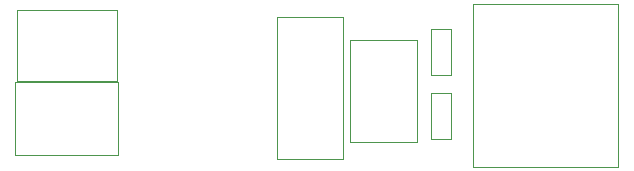
<source format=gbr>
%TF.GenerationSoftware,KiCad,Pcbnew,4.0.7*%
%TF.CreationDate,2017-12-01T14:22:53+08:00*%
%TF.ProjectId,STM32F401CCT6,53544D333246343031434354362E6B69,rev?*%
%TF.FileFunction,Other,User*%
%FSLAX46Y46*%
G04 Gerber Fmt 4.6, Leading zero omitted, Abs format (unit mm)*
G04 Created by KiCad (PCBNEW 4.0.7) date 12/01/17 14:22:53*
%MOMM*%
%LPD*%
G01*
G04 APERTURE LIST*
%ADD10C,0.100000*%
%ADD11C,0.050000*%
G04 APERTURE END LIST*
D10*
D11*
X41222000Y-7742000D02*
X35622000Y-7742000D01*
X35622000Y-7742000D02*
X35622000Y-16342000D01*
X35622000Y-16342000D02*
X41222000Y-16342000D01*
X41222000Y-16342000D02*
X41222000Y-7742000D01*
X29422000Y-17822000D02*
X35022000Y-17822000D01*
X35022000Y-17822000D02*
X35022000Y-5722000D01*
X35022000Y-5722000D02*
X29422000Y-5722000D01*
X29422000Y-5722000D02*
X29422000Y-17822000D01*
X45972000Y-4682000D02*
X45972000Y-18432000D01*
X45972000Y-18432000D02*
X58322000Y-18432000D01*
X58322000Y-18432000D02*
X58322000Y-4682000D01*
X58322000Y-4682000D02*
X45972000Y-4682000D01*
X7362000Y-5182000D02*
X15862000Y-5182000D01*
X15862000Y-5182000D02*
X15862000Y-11182000D01*
X15862000Y-11182000D02*
X7362000Y-11182000D01*
X7362000Y-11182000D02*
X7362000Y-5182000D01*
X15910000Y-11280000D02*
X7260000Y-11280000D01*
X7260000Y-11280000D02*
X7260000Y-17430000D01*
X7260000Y-17430000D02*
X15910000Y-17430000D01*
X15910000Y-17430000D02*
X15910000Y-11280000D01*
X42482000Y-6782000D02*
X44182000Y-6782000D01*
X44182000Y-6782000D02*
X44182000Y-10682000D01*
X44182000Y-10682000D02*
X42482000Y-10682000D01*
X42482000Y-10682000D02*
X42482000Y-6782000D01*
X42482000Y-12212000D02*
X44182000Y-12212000D01*
X44182000Y-12212000D02*
X44182000Y-16112000D01*
X44182000Y-16112000D02*
X42482000Y-16112000D01*
X42482000Y-16112000D02*
X42482000Y-12212000D01*
M02*

</source>
